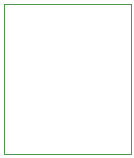
<source format=gbr>
%TF.GenerationSoftware,KiCad,Pcbnew,(5.1.8)-1*%
%TF.CreationDate,2022-12-23T20:51:49-06:00*%
%TF.ProjectId,pcb,7063622e-6b69-4636-9164-5f7063625858,rev?*%
%TF.SameCoordinates,Original*%
%TF.FileFunction,Profile,NP*%
%FSLAX46Y46*%
G04 Gerber Fmt 4.6, Leading zero omitted, Abs format (unit mm)*
G04 Created by KiCad (PCBNEW (5.1.8)-1) date 2022-12-23 20:51:49*
%MOMM*%
%LPD*%
G01*
G04 APERTURE LIST*
%TA.AperFunction,Profile*%
%ADD10C,0.050000*%
%TD*%
G04 APERTURE END LIST*
D10*
X137160000Y-95250000D02*
X137160000Y-107950000D01*
X147955000Y-107950000D02*
X137160000Y-107950000D01*
X147955000Y-95250000D02*
X147955000Y-107950000D01*
X137160000Y-95250000D02*
X147955000Y-95250000D01*
M02*

</source>
